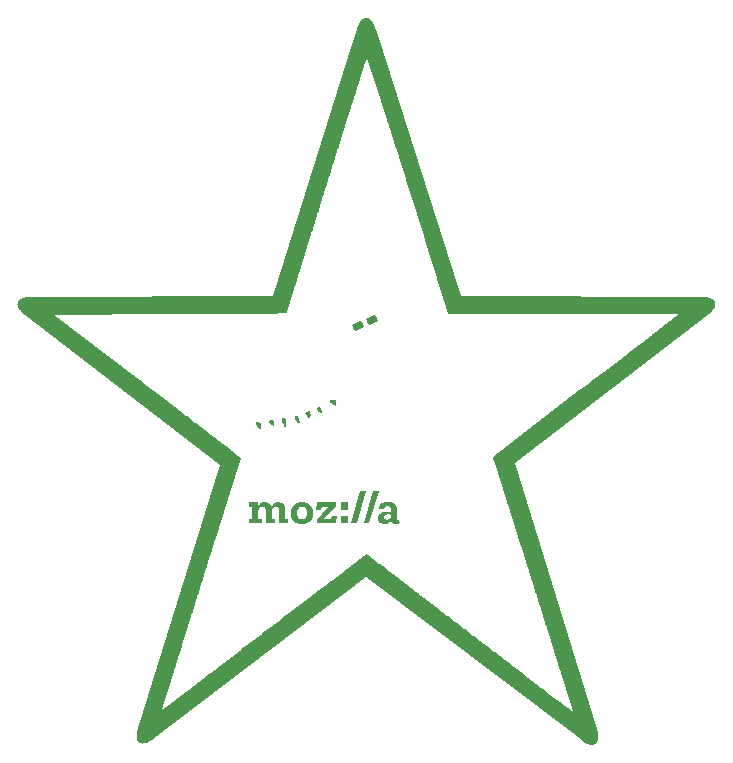
<source format=gts>
G04 #@! TF.GenerationSoftware,KiCad,Pcbnew,8.0.3*
G04 #@! TF.CreationDate,2024-07-11T09:34:10-07:00*
G04 #@! TF.ProjectId,mozilla-star-badge,6d6f7a69-6c6c-4612-9d73-7461722d6261,rev?*
G04 #@! TF.SameCoordinates,Original*
G04 #@! TF.FileFunction,Soldermask,Top*
G04 #@! TF.FilePolarity,Negative*
%FSLAX46Y46*%
G04 Gerber Fmt 4.6, Leading zero omitted, Abs format (unit mm)*
G04 Created by KiCad (PCBNEW 8.0.3) date 2024-07-11 09:34:10*
%MOMM*%
%LPD*%
G01*
G04 APERTURE LIST*
G04 Aperture macros list*
%AMRoundRect*
0 Rectangle with rounded corners*
0 $1 Rounding radius*
0 $2 $3 $4 $5 $6 $7 $8 $9 X,Y pos of 4 corners*
0 Add a 4 corners polygon primitive as box body*
4,1,4,$2,$3,$4,$5,$6,$7,$8,$9,$2,$3,0*
0 Add four circle primitives for the rounded corners*
1,1,$1+$1,$2,$3*
1,1,$1+$1,$4,$5*
1,1,$1+$1,$6,$7*
1,1,$1+$1,$8,$9*
0 Add four rect primitives between the rounded corners*
20,1,$1+$1,$2,$3,$4,$5,0*
20,1,$1+$1,$4,$5,$6,$7,0*
20,1,$1+$1,$6,$7,$8,$9,0*
20,1,$1+$1,$8,$9,$2,$3,0*%
G04 Aperture macros list end*
%ADD10C,0.000000*%
%ADD11RoundRect,0.160000X0.194851X0.275933X-0.337635X0.010446X-0.194851X-0.275933X0.337635X-0.010446X0*%
G04 APERTURE END LIST*
D10*
G36*
X58317006Y-81080653D02*
G01*
X57785910Y-81080653D01*
X57785910Y-80443909D01*
X58317006Y-80443909D01*
X58317006Y-81080653D01*
G37*
G36*
X58317006Y-82217998D02*
G01*
X57785910Y-82217998D01*
X57785910Y-81580546D01*
X58317006Y-81580546D01*
X58317006Y-82217998D01*
G37*
G36*
X59148740Y-82217998D02*
G01*
X58649560Y-82217998D01*
X59416767Y-79511485D01*
X59915953Y-79511485D01*
X59148740Y-82217998D01*
G37*
G36*
X60179015Y-82217998D02*
G01*
X59679127Y-82217998D01*
X60446335Y-79511485D01*
X60946229Y-79511485D01*
X60179015Y-82217998D01*
G37*
G36*
X57340617Y-80710520D02*
G01*
X56356429Y-81832265D01*
X56930776Y-81832265D01*
X57013029Y-81557147D01*
X57414361Y-81596145D01*
X57304457Y-82217998D01*
X55754436Y-82217998D01*
X55703377Y-81950680D01*
X56679057Y-80829644D01*
X56124567Y-80829644D01*
X56045857Y-81104761D01*
X55679982Y-81065053D01*
X55743087Y-80443201D01*
X57300907Y-80443201D01*
X57340617Y-80710520D01*
G37*
G36*
X55120016Y-72730460D02*
G01*
X55156935Y-72797544D01*
X55176154Y-72871390D01*
X55186952Y-72964233D01*
X55188576Y-73064215D01*
X55180273Y-73159483D01*
X55165361Y-73248516D01*
X55148330Y-73300899D01*
X55121940Y-73315709D01*
X55078951Y-73292020D01*
X55012123Y-73228908D01*
X54914216Y-73125448D01*
X54680832Y-72875921D01*
X54890682Y-72763508D01*
X54996541Y-72714679D01*
X55069805Y-72703217D01*
X55120016Y-72730460D01*
G37*
G36*
X52006350Y-73469850D02*
G01*
X52066252Y-73513228D01*
X52099946Y-73590363D01*
X52110496Y-73705213D01*
X52110001Y-73813364D01*
X52105061Y-73887000D01*
X52090489Y-73927851D01*
X52061101Y-73937645D01*
X52011711Y-73918112D01*
X51937134Y-73870982D01*
X51832185Y-73797983D01*
X51752127Y-73733089D01*
X51698904Y-73670811D01*
X51672054Y-73613009D01*
X51671113Y-73561545D01*
X51695618Y-73518278D01*
X51745106Y-73485069D01*
X51819113Y-73463780D01*
X51917176Y-73456270D01*
X52006350Y-73469850D01*
G37*
G36*
X56025513Y-72378230D02*
G01*
X56062152Y-72425461D01*
X56097205Y-72509146D01*
X56137731Y-72634758D01*
X56159393Y-72726149D01*
X56161550Y-72792667D01*
X56145660Y-72834175D01*
X56113183Y-72850538D01*
X56065578Y-72841617D01*
X56004304Y-72807277D01*
X55930820Y-72747381D01*
X55846585Y-72661791D01*
X55767121Y-72570229D01*
X55726664Y-72508053D01*
X55724810Y-72465519D01*
X55761158Y-72432883D01*
X55835304Y-72400401D01*
X55919143Y-72371161D01*
X55980201Y-72361956D01*
X56025513Y-72378230D01*
G37*
G36*
X53016455Y-73271620D02*
G01*
X53056899Y-73316560D01*
X53084838Y-73394079D01*
X53101038Y-73506320D01*
X53106267Y-73655424D01*
X53103846Y-73780971D01*
X53097113Y-73890267D01*
X53086865Y-73976620D01*
X53073898Y-74033339D01*
X53059007Y-74053733D01*
X53028357Y-74029931D01*
X52979819Y-73965125D01*
X52920066Y-73869210D01*
X52855768Y-73752084D01*
X52803141Y-73638797D01*
X52769515Y-73539534D01*
X52754817Y-73454628D01*
X52758976Y-73384412D01*
X52781919Y-73329220D01*
X52823575Y-73289384D01*
X52883871Y-73265238D01*
X52962736Y-73257115D01*
X53016455Y-73271620D01*
G37*
G36*
X54039213Y-73082770D02*
G01*
X54085043Y-73114849D01*
X54128282Y-73170923D01*
X54168736Y-73250797D01*
X54206212Y-73354276D01*
X54240513Y-73481164D01*
X54258986Y-73584154D01*
X54260989Y-73662181D01*
X54248028Y-73715145D01*
X54221606Y-73742945D01*
X54183227Y-73745483D01*
X54134396Y-73722657D01*
X54076616Y-73674369D01*
X54011391Y-73600517D01*
X53940226Y-73501002D01*
X53878408Y-73397485D01*
X53842930Y-73313437D01*
X53833149Y-73244293D01*
X53848421Y-73185486D01*
X53888104Y-73132450D01*
X53940554Y-73091385D01*
X53990988Y-73074881D01*
X54039213Y-73082770D01*
G37*
G36*
X57270634Y-71753364D02*
G01*
X57319431Y-71797291D01*
X57350472Y-71873526D01*
X57369805Y-71987507D01*
X57377577Y-72083781D01*
X57375463Y-72157466D01*
X57362470Y-72208746D01*
X57337605Y-72237808D01*
X57299877Y-72244838D01*
X57248292Y-72230022D01*
X57181859Y-72193545D01*
X57099583Y-72135594D01*
X57000474Y-72056355D01*
X56913173Y-71980146D01*
X56853120Y-71918094D01*
X56820861Y-71868371D01*
X56816942Y-71829148D01*
X56841908Y-71798599D01*
X56896306Y-71774893D01*
X56980680Y-71756204D01*
X57095578Y-71740702D01*
X57198033Y-71736313D01*
X57270634Y-71753364D01*
G37*
G36*
X50857637Y-73660034D02*
G01*
X50924175Y-73676815D01*
X50969507Y-73710192D01*
X50997321Y-73764590D01*
X51011305Y-73844437D01*
X51015147Y-73954156D01*
X51011732Y-74061100D01*
X51001196Y-74142614D01*
X50983106Y-74198769D01*
X50957024Y-74229635D01*
X50922516Y-74235280D01*
X50879148Y-74215775D01*
X50826482Y-74171189D01*
X50764085Y-74101593D01*
X50691521Y-74007056D01*
X50616909Y-73901601D01*
X50565083Y-73819361D01*
X50536642Y-73757514D01*
X50532186Y-73713238D01*
X50552314Y-73683712D01*
X50597627Y-73666116D01*
X50668723Y-73657627D01*
X50766204Y-73655424D01*
X50857637Y-73660034D01*
G37*
G36*
X52538974Y-80412555D02*
G01*
X52622408Y-80427083D01*
X52702121Y-80451488D01*
X52776921Y-80485927D01*
X52845616Y-80530555D01*
X52907014Y-80585530D01*
X52959922Y-80651009D01*
X53003148Y-80727148D01*
X53035500Y-80814103D01*
X53055785Y-80912032D01*
X53062812Y-81021090D01*
X53062812Y-81832265D01*
X53298222Y-81832265D01*
X53298222Y-82217998D01*
X52554408Y-82217998D01*
X52554408Y-81218922D01*
X52548167Y-81098721D01*
X52529486Y-81000450D01*
X52498426Y-80922856D01*
X52455049Y-80864686D01*
X52399417Y-80824686D01*
X52331593Y-80801606D01*
X52251638Y-80794190D01*
X52155864Y-80804498D01*
X52077071Y-80834278D01*
X52014439Y-80881821D01*
X51967150Y-80945414D01*
X51934386Y-81023345D01*
X51915328Y-81113903D01*
X51909157Y-81215377D01*
X51909157Y-81832265D01*
X52145274Y-81832265D01*
X52145274Y-82217998D01*
X51402171Y-82217998D01*
X51402171Y-81218922D01*
X51395930Y-81098721D01*
X51377249Y-81000450D01*
X51346189Y-80922856D01*
X51302812Y-80864686D01*
X51247180Y-80824686D01*
X51179356Y-80801606D01*
X51099401Y-80794190D01*
X51003627Y-80804498D01*
X50924834Y-80834278D01*
X50862202Y-80881821D01*
X50814913Y-80945414D01*
X50782149Y-81023345D01*
X50763091Y-81113903D01*
X50756920Y-81215377D01*
X50756920Y-81832265D01*
X51095149Y-81832265D01*
X51095149Y-82217998D01*
X50013815Y-82217998D01*
X50013815Y-81832265D01*
X50249939Y-81832265D01*
X50249939Y-80828934D01*
X50013815Y-80828934D01*
X50013815Y-80443201D01*
X50756920Y-80443201D01*
X50756920Y-80710520D01*
X50807275Y-80634360D01*
X50866981Y-80568011D01*
X50935755Y-80512169D01*
X51013310Y-80467526D01*
X51099362Y-80434779D01*
X51193625Y-80414621D01*
X51295815Y-80407747D01*
X51390590Y-80413494D01*
X51481943Y-80430858D01*
X51568376Y-80460022D01*
X51648396Y-80501167D01*
X51720505Y-80554477D01*
X51783208Y-80620136D01*
X51835010Y-80698324D01*
X51874414Y-80789226D01*
X51916115Y-80705042D01*
X51967114Y-80630007D01*
X52027137Y-80564761D01*
X52095910Y-80509942D01*
X52173158Y-80466192D01*
X52258607Y-80434149D01*
X52351983Y-80414454D01*
X52453012Y-80407747D01*
X52538974Y-80412555D01*
G37*
G36*
X54580010Y-80412829D02*
G01*
X54682261Y-80425652D01*
X54777789Y-80446486D01*
X54866613Y-80474888D01*
X54948749Y-80510419D01*
X55024214Y-80552637D01*
X55093026Y-80601103D01*
X55155203Y-80655375D01*
X55210761Y-80715012D01*
X55259718Y-80779574D01*
X55302091Y-80848620D01*
X55337898Y-80921708D01*
X55367156Y-80998400D01*
X55389881Y-81078253D01*
X55406093Y-81160826D01*
X55415807Y-81245680D01*
X55419041Y-81332373D01*
X55414845Y-81430157D01*
X55402463Y-81523430D01*
X55382201Y-81612010D01*
X55354368Y-81695714D01*
X55319270Y-81774359D01*
X55277215Y-81847762D01*
X55228511Y-81915741D01*
X55173465Y-81978113D01*
X55112383Y-82034695D01*
X55045574Y-82085305D01*
X54973346Y-82129760D01*
X54896004Y-82167877D01*
X54813858Y-82199473D01*
X54727213Y-82224366D01*
X54636378Y-82242372D01*
X54541660Y-82253310D01*
X54458967Y-82256412D01*
X54443367Y-82256997D01*
X54342891Y-82253108D01*
X54246677Y-82241540D01*
X54155031Y-82222442D01*
X54068259Y-82195962D01*
X53986668Y-82162248D01*
X53910564Y-82121450D01*
X53840254Y-82073715D01*
X53776044Y-82019193D01*
X53718241Y-81958032D01*
X53667150Y-81890380D01*
X53623079Y-81816385D01*
X53586334Y-81736198D01*
X53557221Y-81649965D01*
X53536046Y-81557835D01*
X53523117Y-81459958D01*
X53518739Y-81356481D01*
X53519891Y-81324573D01*
X54042034Y-81324573D01*
X54047274Y-81424062D01*
X54062950Y-81516939D01*
X54088990Y-81601844D01*
X54125325Y-81677418D01*
X54171884Y-81742300D01*
X54228598Y-81795131D01*
X54295397Y-81834551D01*
X54372210Y-81859201D01*
X54458967Y-81867719D01*
X54543416Y-81859960D01*
X54620466Y-81837162D01*
X54689439Y-81800043D01*
X54749658Y-81749319D01*
X54800446Y-81685711D01*
X54841127Y-81609934D01*
X54871023Y-81522707D01*
X54889457Y-81424747D01*
X54895752Y-81316773D01*
X54888809Y-81204664D01*
X54868782Y-81106860D01*
X54836873Y-81023061D01*
X54794284Y-80952972D01*
X54742217Y-80896293D01*
X54681875Y-80852728D01*
X54614460Y-80821978D01*
X54541173Y-80803747D01*
X54463218Y-80797736D01*
X54380237Y-80804785D01*
X54305117Y-80825659D01*
X54238366Y-80859950D01*
X54180491Y-80907249D01*
X54132000Y-80967148D01*
X54093402Y-81039239D01*
X54065202Y-81123112D01*
X54047910Y-81218360D01*
X54042034Y-81324573D01*
X53519891Y-81324573D01*
X53522009Y-81265890D01*
X53531824Y-81177582D01*
X53548195Y-81091972D01*
X53571130Y-81009473D01*
X53600640Y-80930499D01*
X53636734Y-80855465D01*
X53679421Y-80784784D01*
X53728710Y-80718870D01*
X53784613Y-80658136D01*
X53847137Y-80602998D01*
X53916292Y-80553869D01*
X53992089Y-80511162D01*
X54074536Y-80475292D01*
X54163643Y-80446673D01*
X54259420Y-80425718D01*
X54361875Y-80412841D01*
X54471019Y-80408457D01*
X54580010Y-80412829D01*
G37*
G36*
X61910247Y-80412570D02*
G01*
X62000870Y-80424933D01*
X62087209Y-80445583D01*
X62168348Y-80474558D01*
X62243371Y-80511894D01*
X62311363Y-80557627D01*
X62371407Y-80611796D01*
X62422587Y-80674436D01*
X62463989Y-80745586D01*
X62494695Y-80825281D01*
X62513791Y-80913559D01*
X62520359Y-81010456D01*
X62520359Y-81781212D01*
X62533543Y-81862256D01*
X62573830Y-81905799D01*
X62642322Y-81918772D01*
X62716774Y-81906717D01*
X62719608Y-82174036D01*
X62645534Y-82208836D01*
X62566273Y-82234927D01*
X62484087Y-82251313D01*
X62401236Y-82256997D01*
X62306555Y-82248747D01*
X62224896Y-82224682D01*
X62156261Y-82185832D01*
X62100649Y-82133226D01*
X62058061Y-82067895D01*
X62028496Y-81990867D01*
X62011955Y-81903172D01*
X61969923Y-81970289D01*
X61920188Y-82034738D01*
X61862426Y-82094583D01*
X61796313Y-82147889D01*
X61721524Y-82192720D01*
X61637737Y-82227139D01*
X61627640Y-82229532D01*
X61544625Y-82249210D01*
X61441866Y-82256997D01*
X61364358Y-82252756D01*
X61286718Y-82239662D01*
X61210898Y-82217157D01*
X61138852Y-82184683D01*
X61072532Y-82141685D01*
X61013891Y-82087604D01*
X60964883Y-82021882D01*
X60927458Y-81943963D01*
X60903572Y-81853290D01*
X60895176Y-81749304D01*
X60899686Y-81690452D01*
X61419180Y-81690452D01*
X61430214Y-81770632D01*
X61465976Y-81835722D01*
X61530455Y-81879407D01*
X61627640Y-81895372D01*
X61705307Y-81887322D01*
X61781077Y-81862751D01*
X61851575Y-81821026D01*
X61913428Y-81761514D01*
X61963262Y-81683582D01*
X61997704Y-81586599D01*
X62013379Y-81469931D01*
X61928422Y-81458823D01*
X61841888Y-81450078D01*
X61757402Y-81446533D01*
X61669566Y-81451207D01*
X61589353Y-81466911D01*
X61520486Y-81496167D01*
X61466687Y-81541495D01*
X61431677Y-81605416D01*
X61419180Y-81690452D01*
X60899686Y-81690452D01*
X60902453Y-81654343D01*
X60923489Y-81570628D01*
X60957089Y-81497525D01*
X61002058Y-81434399D01*
X61057201Y-81380614D01*
X61121323Y-81335536D01*
X61193230Y-81298529D01*
X61271727Y-81268958D01*
X61355619Y-81246188D01*
X61443711Y-81229584D01*
X61534809Y-81218510D01*
X61627718Y-81212331D01*
X61721242Y-81210413D01*
X61820431Y-81211778D01*
X61918678Y-81216610D01*
X62012671Y-81226013D01*
X62012671Y-81167160D01*
X62011597Y-81088232D01*
X62005129Y-81009366D01*
X61988390Y-80934966D01*
X61956506Y-80869434D01*
X61904603Y-80817174D01*
X61827807Y-80782589D01*
X61721242Y-80770082D01*
X61621998Y-80773706D01*
X61533311Y-80788675D01*
X61449666Y-80821134D01*
X61392231Y-81021090D01*
X60987355Y-80977838D01*
X61056843Y-80569416D01*
X61166892Y-80526466D01*
X61265840Y-80491318D01*
X61357077Y-80463333D01*
X61443993Y-80441871D01*
X61529979Y-80426293D01*
X61618424Y-80415957D01*
X61712720Y-80410225D01*
X61816255Y-80408457D01*
X61910247Y-80412570D01*
G37*
G36*
X59962675Y-39395720D02*
G01*
X60015211Y-39405674D01*
X60067530Y-39422156D01*
X60119512Y-39445164D01*
X60171033Y-39474699D01*
X60221973Y-39510761D01*
X60272211Y-39553348D01*
X60321625Y-39602462D01*
X60370094Y-39658100D01*
X60417496Y-39720263D01*
X60463709Y-39788950D01*
X60508613Y-39864162D01*
X60552086Y-39945897D01*
X60594006Y-40034156D01*
X60634252Y-40128938D01*
X60672703Y-40230242D01*
X60709237Y-40338068D01*
X67958436Y-62999889D01*
X88449435Y-63045398D01*
X88560227Y-63047962D01*
X88664890Y-63055042D01*
X88763374Y-63066483D01*
X88855630Y-63082128D01*
X88941605Y-63101820D01*
X89021251Y-63125405D01*
X89094517Y-63152724D01*
X89161352Y-63183623D01*
X89221707Y-63217943D01*
X89275530Y-63255530D01*
X89322771Y-63296227D01*
X89363380Y-63339878D01*
X89397306Y-63386325D01*
X89424500Y-63435414D01*
X89444910Y-63486986D01*
X89458487Y-63540887D01*
X89465180Y-63596960D01*
X89464938Y-63655049D01*
X89457712Y-63714996D01*
X89443451Y-63776647D01*
X89422104Y-63839843D01*
X89393621Y-63904431D01*
X89357952Y-63970251D01*
X89315046Y-64037150D01*
X89264854Y-64104969D01*
X89207324Y-64173553D01*
X89142406Y-64242746D01*
X89070050Y-64312391D01*
X88990206Y-64382332D01*
X88902822Y-64452412D01*
X72492310Y-77070027D01*
X79433617Y-99625774D01*
X79465895Y-99737557D01*
X79492686Y-99845015D01*
X79514095Y-99948069D01*
X79530226Y-100046636D01*
X79541185Y-100140638D01*
X79547076Y-100229993D01*
X79548006Y-100314621D01*
X79544079Y-100394441D01*
X79535399Y-100469372D01*
X79522073Y-100539333D01*
X79504206Y-100604245D01*
X79481901Y-100664027D01*
X79455265Y-100718597D01*
X79424403Y-100767875D01*
X79389420Y-100811782D01*
X79350420Y-100850235D01*
X79307509Y-100883155D01*
X79260791Y-100910460D01*
X79210373Y-100932071D01*
X79156359Y-100947906D01*
X79098854Y-100957885D01*
X79037964Y-100961928D01*
X78973792Y-100959953D01*
X78906445Y-100951880D01*
X78836028Y-100937629D01*
X78762645Y-100917119D01*
X78686402Y-100890268D01*
X78607404Y-100856998D01*
X78525756Y-100817226D01*
X78441563Y-100770873D01*
X78354929Y-100717857D01*
X78265961Y-100658099D01*
X78174763Y-100591517D01*
X77382871Y-99990628D01*
X59903771Y-86727457D01*
X41815694Y-100482993D01*
X41725421Y-100549068D01*
X41637379Y-100608402D01*
X41551672Y-100661073D01*
X41468403Y-100707160D01*
X41387674Y-100746743D01*
X41309590Y-100779900D01*
X41234253Y-100806711D01*
X41161768Y-100827255D01*
X41092236Y-100841611D01*
X41025762Y-100849858D01*
X40962449Y-100852076D01*
X40902400Y-100848342D01*
X40845718Y-100838737D01*
X40792507Y-100823340D01*
X40742870Y-100802229D01*
X40696910Y-100775483D01*
X40654731Y-100743183D01*
X40616436Y-100705406D01*
X40582128Y-100662233D01*
X40551910Y-100613741D01*
X40525886Y-100560011D01*
X40504159Y-100501121D01*
X40486833Y-100437150D01*
X40474010Y-100368178D01*
X40465794Y-100294284D01*
X40462288Y-100215546D01*
X40463596Y-100132044D01*
X40469820Y-100043857D01*
X40481065Y-99951064D01*
X40497433Y-99853745D01*
X40519028Y-99751977D01*
X40545953Y-99645841D01*
X40578311Y-99535415D01*
X47529946Y-77251677D01*
X31038427Y-64544113D01*
X33498510Y-64544113D01*
X40531343Y-69921280D01*
X40650872Y-70012671D01*
X40770188Y-70103899D01*
X40889272Y-70194951D01*
X41008106Y-70285812D01*
X41126672Y-70376470D01*
X41244951Y-70466909D01*
X41362925Y-70557116D01*
X41480577Y-70647077D01*
X41597887Y-70736778D01*
X41714839Y-70826206D01*
X41831412Y-70915345D01*
X41947590Y-71004183D01*
X42063354Y-71092705D01*
X42178686Y-71180898D01*
X42293568Y-71268746D01*
X42407981Y-71356238D01*
X42521907Y-71443358D01*
X42635328Y-71530093D01*
X42748226Y-71616428D01*
X42860583Y-71702351D01*
X42972379Y-71787846D01*
X43083598Y-71872900D01*
X43194221Y-71957499D01*
X43304230Y-72041629D01*
X43413606Y-72125277D01*
X43522332Y-72208427D01*
X43630389Y-72291067D01*
X43737758Y-72373183D01*
X43844422Y-72454759D01*
X43950363Y-72535783D01*
X44055562Y-72616241D01*
X44160001Y-72696118D01*
X44263662Y-72775401D01*
X44366526Y-72854076D01*
X44468576Y-72932129D01*
X44569793Y-73009545D01*
X44670159Y-73086312D01*
X44769655Y-73162415D01*
X44868265Y-73237839D01*
X44965968Y-73312572D01*
X45062748Y-73386599D01*
X45158586Y-73459906D01*
X45253463Y-73532480D01*
X45347362Y-73604306D01*
X45440264Y-73675371D01*
X45532151Y-73745660D01*
X45623005Y-73815160D01*
X45712808Y-73883857D01*
X45801541Y-73951736D01*
X45889187Y-74018785D01*
X45975726Y-74084988D01*
X46061141Y-74150332D01*
X46145414Y-74214803D01*
X46228526Y-74278388D01*
X46310460Y-74341071D01*
X46391196Y-74402840D01*
X46470717Y-74463680D01*
X46549004Y-74523578D01*
X46626040Y-74582519D01*
X46701806Y-74640490D01*
X46776284Y-74697476D01*
X46849456Y-74753464D01*
X46921303Y-74808439D01*
X46991807Y-74862389D01*
X47060951Y-74915298D01*
X47128715Y-74967153D01*
X47195082Y-75017941D01*
X47260033Y-75067646D01*
X47323550Y-75116256D01*
X47385616Y-75163755D01*
X47446211Y-75210131D01*
X47505318Y-75255370D01*
X47562918Y-75299457D01*
X47618993Y-75342378D01*
X47673526Y-75384120D01*
X47726496Y-75424668D01*
X47777888Y-75464009D01*
X47827682Y-75502129D01*
X47875860Y-75539014D01*
X47922403Y-75574650D01*
X47967295Y-75609022D01*
X48010515Y-75642118D01*
X48052048Y-75673923D01*
X48091873Y-75704423D01*
X48129973Y-75733604D01*
X48166329Y-75761453D01*
X48200924Y-75787954D01*
X48233739Y-75813096D01*
X48264756Y-75836863D01*
X48293957Y-75859241D01*
X48321323Y-75880217D01*
X48346837Y-75899777D01*
X48370480Y-75917907D01*
X48392233Y-75934592D01*
X48412080Y-75949819D01*
X48430001Y-75963575D01*
X48445978Y-75975844D01*
X48564814Y-76068068D01*
X48678156Y-76157865D01*
X48784984Y-76244328D01*
X48884279Y-76326548D01*
X48975023Y-76403618D01*
X49056197Y-76474630D01*
X49126780Y-76538678D01*
X49185755Y-76594853D01*
X49232102Y-76642247D01*
X49264803Y-76679954D01*
X49282838Y-76707065D01*
X49285188Y-76722673D01*
X49284131Y-76725010D01*
X49282299Y-76729824D01*
X49279698Y-76737096D01*
X49276333Y-76746808D01*
X49272210Y-76758941D01*
X49267335Y-76773477D01*
X49261714Y-76790397D01*
X49255352Y-76809682D01*
X49248257Y-76831314D01*
X49240432Y-76855274D01*
X49231886Y-76881543D01*
X49222622Y-76910103D01*
X49212648Y-76940936D01*
X49201969Y-76974021D01*
X49190590Y-77009341D01*
X49178519Y-77046878D01*
X49165760Y-77086612D01*
X49152320Y-77128525D01*
X49138204Y-77172598D01*
X49123419Y-77218813D01*
X49107970Y-77267150D01*
X49091862Y-77317592D01*
X49075103Y-77370120D01*
X49057698Y-77424715D01*
X49039653Y-77481358D01*
X49020973Y-77540031D01*
X49001665Y-77600715D01*
X48981734Y-77663392D01*
X48961187Y-77728042D01*
X48940028Y-77794647D01*
X48918265Y-77863190D01*
X48895902Y-77933650D01*
X48872947Y-78006009D01*
X48849404Y-78080249D01*
X48825280Y-78156351D01*
X48800580Y-78234296D01*
X48775310Y-78314066D01*
X48749477Y-78395642D01*
X48723086Y-78479005D01*
X48696142Y-78564137D01*
X48668653Y-78651020D01*
X48640623Y-78739634D01*
X48612059Y-78829960D01*
X48582967Y-78921981D01*
X48553352Y-79015678D01*
X48523220Y-79111031D01*
X48492577Y-79208023D01*
X48461430Y-79306634D01*
X48429783Y-79406847D01*
X48397643Y-79508641D01*
X48365016Y-79612000D01*
X48331907Y-79716903D01*
X48298323Y-79823333D01*
X48264269Y-79931271D01*
X48229751Y-80040698D01*
X48194775Y-80151596D01*
X48159348Y-80263945D01*
X48123474Y-80377728D01*
X48087160Y-80492925D01*
X48050411Y-80609518D01*
X48013234Y-80727489D01*
X47975635Y-80846818D01*
X47937619Y-80967487D01*
X47899191Y-81089478D01*
X47860359Y-81212771D01*
X47821128Y-81337349D01*
X47781503Y-81463192D01*
X47741492Y-81590282D01*
X47701098Y-81718600D01*
X47660330Y-81848127D01*
X47619191Y-81978846D01*
X47577689Y-82110736D01*
X47535828Y-82243781D01*
X47493616Y-82377960D01*
X47451058Y-82513256D01*
X47408159Y-82649649D01*
X47364926Y-82787121D01*
X47321364Y-82925654D01*
X47277480Y-83065229D01*
X47233279Y-83205827D01*
X47188767Y-83347429D01*
X47143950Y-83490017D01*
X47098834Y-83633572D01*
X47053425Y-83778076D01*
X47007728Y-83923510D01*
X46961750Y-84069855D01*
X46915496Y-84217093D01*
X46868973Y-84365205D01*
X46822186Y-84514172D01*
X46775141Y-84663976D01*
X46727844Y-84814598D01*
X46680300Y-84966019D01*
X46632517Y-85118222D01*
X46584499Y-85271186D01*
X46536252Y-85424894D01*
X46487783Y-85579327D01*
X46439097Y-85734466D01*
X46390200Y-85890292D01*
X46341098Y-86046788D01*
X46291797Y-86203934D01*
X46242303Y-86361712D01*
X46192622Y-86520102D01*
X46142759Y-86679087D01*
X46092720Y-86838648D01*
X46042512Y-86998766D01*
X45994131Y-87153059D01*
X45945886Y-87306917D01*
X45897780Y-87460324D01*
X45849820Y-87613263D01*
X45802010Y-87765715D01*
X45754357Y-87917664D01*
X45706866Y-88069092D01*
X45659541Y-88219983D01*
X45612389Y-88370319D01*
X45565416Y-88520082D01*
X45518625Y-88669256D01*
X45472023Y-88817822D01*
X45425616Y-88965765D01*
X45379408Y-89113067D01*
X45333405Y-89259710D01*
X45287613Y-89405677D01*
X45242036Y-89550951D01*
X45196681Y-89695514D01*
X45151552Y-89839351D01*
X45106656Y-89982442D01*
X45061997Y-90124771D01*
X45017582Y-90266321D01*
X44973415Y-90407074D01*
X44929501Y-90547013D01*
X44885847Y-90686122D01*
X44842457Y-90824382D01*
X44799338Y-90961776D01*
X44756494Y-91098288D01*
X44713931Y-91233899D01*
X44671655Y-91368593D01*
X44629670Y-91502352D01*
X44587983Y-91635160D01*
X44546598Y-91766998D01*
X44505521Y-91897850D01*
X44464758Y-92027699D01*
X44424313Y-92156526D01*
X44384193Y-92284316D01*
X44344403Y-92411050D01*
X44304947Y-92536711D01*
X44265833Y-92661282D01*
X44227064Y-92784747D01*
X44188647Y-92907087D01*
X44150587Y-93028285D01*
X44112888Y-93148324D01*
X44075558Y-93267188D01*
X44038601Y-93384857D01*
X44002022Y-93501316D01*
X43965827Y-93616548D01*
X43930022Y-93730534D01*
X43894611Y-93843257D01*
X43859601Y-93954701D01*
X43824996Y-94064849D01*
X43790802Y-94173681D01*
X43757025Y-94281183D01*
X43723670Y-94387336D01*
X43690742Y-94492123D01*
X43658246Y-94595526D01*
X43626189Y-94697529D01*
X43594576Y-94798115D01*
X43563411Y-94897266D01*
X43532701Y-94994964D01*
X43502451Y-95091193D01*
X43472666Y-95185935D01*
X43443352Y-95279173D01*
X43414514Y-95370890D01*
X43386157Y-95461069D01*
X43358287Y-95549692D01*
X43330910Y-95636742D01*
X43304031Y-95722202D01*
X43277655Y-95806054D01*
X43251787Y-95888281D01*
X43226433Y-95968867D01*
X43201599Y-96047793D01*
X43177290Y-96125043D01*
X43153511Y-96200599D01*
X43130268Y-96274444D01*
X43107567Y-96346561D01*
X43085411Y-96416932D01*
X43063808Y-96485541D01*
X43042762Y-96552369D01*
X43022279Y-96617401D01*
X43002364Y-96680618D01*
X42983023Y-96742003D01*
X42964262Y-96801539D01*
X42946084Y-96859209D01*
X42928497Y-96914995D01*
X42911505Y-96968881D01*
X42895114Y-97020848D01*
X42879329Y-97070880D01*
X42864155Y-97118960D01*
X42849599Y-97165070D01*
X42835665Y-97209193D01*
X42822359Y-97251311D01*
X42809687Y-97291408D01*
X42797653Y-97329467D01*
X42786264Y-97365469D01*
X42775524Y-97399398D01*
X42765439Y-97431236D01*
X42756014Y-97460967D01*
X42747255Y-97488572D01*
X42739168Y-97514036D01*
X42731757Y-97537339D01*
X42725029Y-97558466D01*
X42718988Y-97577399D01*
X42713640Y-97594120D01*
X42708990Y-97608613D01*
X42705044Y-97620860D01*
X42701808Y-97630844D01*
X42699286Y-97638548D01*
X42655691Y-97777218D01*
X42628271Y-97880691D01*
X42616922Y-97950567D01*
X42621542Y-97988448D01*
X42642029Y-97995932D01*
X42678281Y-97974621D01*
X42691846Y-97963838D01*
X42707474Y-97951486D01*
X42725142Y-97937580D01*
X42744832Y-97922135D01*
X42766523Y-97905167D01*
X42790194Y-97886692D01*
X42815825Y-97866724D01*
X42843397Y-97845279D01*
X42872888Y-97822374D01*
X42904279Y-97798022D01*
X42937549Y-97772241D01*
X42972678Y-97745044D01*
X43009646Y-97716449D01*
X43048432Y-97686469D01*
X43089017Y-97655121D01*
X43131379Y-97622420D01*
X43175499Y-97588382D01*
X43221356Y-97553021D01*
X43268930Y-97516355D01*
X43318201Y-97478397D01*
X43369149Y-97439164D01*
X43421753Y-97398670D01*
X43475992Y-97356932D01*
X43531848Y-97313965D01*
X43589299Y-97269784D01*
X43648325Y-97224406D01*
X43708906Y-97177844D01*
X43771021Y-97130115D01*
X43834651Y-97081234D01*
X43899775Y-97031217D01*
X43966373Y-96980080D01*
X44034424Y-96927837D01*
X44103909Y-96874504D01*
X44174807Y-96820096D01*
X44247097Y-96764630D01*
X44320760Y-96708120D01*
X44395775Y-96650583D01*
X44472122Y-96592032D01*
X44549780Y-96532485D01*
X44628730Y-96471956D01*
X44708951Y-96410461D01*
X44790422Y-96348016D01*
X44873125Y-96284635D01*
X44957037Y-96220335D01*
X45042140Y-96155130D01*
X45128412Y-96089037D01*
X45215834Y-96022071D01*
X45304385Y-95954246D01*
X45394045Y-95885580D01*
X45484793Y-95816086D01*
X45576610Y-95745781D01*
X45669475Y-95674681D01*
X45763368Y-95602800D01*
X45858268Y-95530153D01*
X45954156Y-95456758D01*
X46051011Y-95382628D01*
X46148812Y-95307780D01*
X46247540Y-95232229D01*
X46347174Y-95155990D01*
X46447694Y-95079080D01*
X46549080Y-95001512D01*
X46651311Y-94923303D01*
X46754367Y-94844469D01*
X46858228Y-94765024D01*
X46962874Y-94684985D01*
X47068283Y-94604367D01*
X47174437Y-94523184D01*
X47281315Y-94441453D01*
X47388896Y-94359190D01*
X47497161Y-94276409D01*
X47606088Y-94193126D01*
X47715658Y-94109357D01*
X47825850Y-94025116D01*
X47936645Y-93940420D01*
X48048021Y-93855285D01*
X48159959Y-93769724D01*
X48272438Y-93683755D01*
X48385439Y-93597392D01*
X48498940Y-93510650D01*
X48612921Y-93423547D01*
X48727363Y-93336096D01*
X48842245Y-93248313D01*
X48957546Y-93160214D01*
X49073247Y-93071814D01*
X49189327Y-92983129D01*
X49305766Y-92894174D01*
X49422543Y-92804965D01*
X49539639Y-92715516D01*
X49657033Y-92625845D01*
X49774704Y-92535965D01*
X49892634Y-92445893D01*
X50010800Y-92355644D01*
X50129183Y-92265234D01*
X50247763Y-92174677D01*
X50366520Y-92083990D01*
X50485432Y-91993188D01*
X50604481Y-91902286D01*
X50723645Y-91811300D01*
X50842904Y-91720246D01*
X50962239Y-91629138D01*
X51081628Y-91537992D01*
X51201052Y-91446824D01*
X51320490Y-91355649D01*
X51439922Y-91264483D01*
X51559327Y-91173342D01*
X51678687Y-91082239D01*
X51797979Y-90991192D01*
X51917184Y-90900216D01*
X52036282Y-90809325D01*
X52155252Y-90718536D01*
X52274074Y-90627864D01*
X52392729Y-90537324D01*
X52511194Y-90446933D01*
X52629451Y-90356704D01*
X52747479Y-90266655D01*
X52865258Y-90176800D01*
X52982767Y-90087155D01*
X53099986Y-89997735D01*
X53216895Y-89908556D01*
X53333474Y-89819633D01*
X53449702Y-89730982D01*
X53565559Y-89642618D01*
X53681025Y-89554556D01*
X53796080Y-89466813D01*
X53910702Y-89379403D01*
X54024873Y-89292343D01*
X54138572Y-89205647D01*
X54251778Y-89119331D01*
X54364471Y-89033410D01*
X54476631Y-88947901D01*
X54588238Y-88862818D01*
X54699271Y-88778177D01*
X54809711Y-88693993D01*
X54919536Y-88610282D01*
X55028726Y-88527059D01*
X55137262Y-88444340D01*
X55245123Y-88362141D01*
X55352289Y-88280476D01*
X55458739Y-88199361D01*
X55564454Y-88118812D01*
X55669412Y-88038845D01*
X55773594Y-87959474D01*
X55876979Y-87880714D01*
X55979548Y-87802583D01*
X56081279Y-87725095D01*
X56182153Y-87648265D01*
X56282149Y-87572109D01*
X56381247Y-87496643D01*
X56479427Y-87421881D01*
X56576669Y-87347840D01*
X56672952Y-87274535D01*
X56768255Y-87201981D01*
X56862560Y-87130194D01*
X56955844Y-87059189D01*
X57048089Y-86988983D01*
X57139274Y-86919589D01*
X57229378Y-86851024D01*
X57318382Y-86783303D01*
X57406264Y-86716442D01*
X57493006Y-86650456D01*
X57578586Y-86585361D01*
X57662984Y-86521172D01*
X57746180Y-86457904D01*
X57828154Y-86395573D01*
X57908885Y-86334195D01*
X57988353Y-86273785D01*
X58066538Y-86214358D01*
X58143420Y-86155931D01*
X58218978Y-86098517D01*
X58293192Y-86042134D01*
X58366042Y-85986796D01*
X58437508Y-85932518D01*
X58507569Y-85879317D01*
X58576204Y-85827208D01*
X58643395Y-85776206D01*
X58709119Y-85726326D01*
X58773358Y-85677585D01*
X58836091Y-85629997D01*
X58897298Y-85583579D01*
X58956957Y-85538345D01*
X59015050Y-85494311D01*
X59071556Y-85451493D01*
X59126454Y-85409905D01*
X59179725Y-85369565D01*
X59231347Y-85330486D01*
X59281301Y-85292684D01*
X59329567Y-85256176D01*
X59376123Y-85220975D01*
X59420951Y-85187099D01*
X59464029Y-85154562D01*
X59505338Y-85123380D01*
X59544857Y-85093568D01*
X59582565Y-85065142D01*
X59618443Y-85038117D01*
X59652470Y-85012508D01*
X59684627Y-84988332D01*
X59714892Y-84965603D01*
X59743245Y-84944338D01*
X59769667Y-84924551D01*
X59794136Y-84906258D01*
X59816633Y-84889475D01*
X59837138Y-84874216D01*
X59855629Y-84860498D01*
X59872088Y-84848336D01*
X59886493Y-84837746D01*
X59898824Y-84828742D01*
X59909061Y-84821341D01*
X59917184Y-84815557D01*
X59923173Y-84811407D01*
X59927007Y-84808905D01*
X59928665Y-84808068D01*
X59934987Y-84810700D01*
X59948013Y-84818509D01*
X59967565Y-84831360D01*
X59993467Y-84849122D01*
X60025540Y-84871659D01*
X60063607Y-84898841D01*
X60107492Y-84930532D01*
X60157016Y-84966600D01*
X60212002Y-85006912D01*
X60272274Y-85051335D01*
X60337653Y-85099735D01*
X60407963Y-85151980D01*
X60483025Y-85207935D01*
X60562663Y-85267469D01*
X60646700Y-85330447D01*
X60734957Y-85396736D01*
X60827258Y-85466204D01*
X60923426Y-85538717D01*
X61023282Y-85614142D01*
X61126650Y-85692346D01*
X61233352Y-85773195D01*
X61343211Y-85856557D01*
X61456049Y-85942298D01*
X61571690Y-86030285D01*
X61689955Y-86120385D01*
X61810668Y-86212465D01*
X61933652Y-86306390D01*
X62058728Y-86402030D01*
X62185719Y-86499249D01*
X62314449Y-86597915D01*
X62444739Y-86697895D01*
X62483363Y-86727551D01*
X62523310Y-86758221D01*
X62564567Y-86789897D01*
X62607117Y-86822565D01*
X62650946Y-86856214D01*
X62696040Y-86890834D01*
X62742383Y-86926412D01*
X62789961Y-86962937D01*
X62838758Y-87000397D01*
X62888760Y-87038783D01*
X62939952Y-87078081D01*
X62992318Y-87118280D01*
X63045845Y-87159369D01*
X63100517Y-87201337D01*
X63156319Y-87244172D01*
X63213236Y-87287863D01*
X63271254Y-87332398D01*
X63330358Y-87377766D01*
X63390532Y-87423956D01*
X63451762Y-87470955D01*
X63514033Y-87518753D01*
X63577330Y-87567338D01*
X63641638Y-87616699D01*
X63706943Y-87666824D01*
X63773229Y-87717702D01*
X63840481Y-87769322D01*
X63908685Y-87821671D01*
X63977826Y-87874739D01*
X64047888Y-87928515D01*
X64118858Y-87982986D01*
X64190719Y-88038141D01*
X64263458Y-88093969D01*
X64337059Y-88150459D01*
X64411507Y-88207599D01*
X64486788Y-88265377D01*
X64562887Y-88323783D01*
X64639788Y-88382804D01*
X64717477Y-88442429D01*
X64795939Y-88502648D01*
X64875159Y-88563448D01*
X64955123Y-88624818D01*
X65035814Y-88686747D01*
X65117219Y-88749222D01*
X65199323Y-88812234D01*
X65282110Y-88875770D01*
X65365566Y-88939819D01*
X65449675Y-89004369D01*
X65534424Y-89069410D01*
X65619797Y-89134929D01*
X65705779Y-89200915D01*
X65792355Y-89267357D01*
X65879510Y-89334244D01*
X65967231Y-89401563D01*
X66055500Y-89469304D01*
X66144305Y-89537455D01*
X66233629Y-89606004D01*
X66323459Y-89674941D01*
X66413778Y-89744253D01*
X66504573Y-89813930D01*
X66595828Y-89883960D01*
X66687528Y-89954332D01*
X66779659Y-90025033D01*
X66872205Y-90096053D01*
X66965153Y-90167381D01*
X67058486Y-90239004D01*
X67152190Y-90310911D01*
X67246250Y-90383092D01*
X67340651Y-90455534D01*
X67435379Y-90528226D01*
X67530418Y-90601157D01*
X67625754Y-90674315D01*
X67721371Y-90747689D01*
X67817255Y-90821267D01*
X67913391Y-90895038D01*
X68009764Y-90968991D01*
X68106359Y-91043114D01*
X68203161Y-91117395D01*
X68300156Y-91191824D01*
X68397328Y-91266389D01*
X68494662Y-91341078D01*
X68592145Y-91415880D01*
X68689760Y-91490783D01*
X68787492Y-91565777D01*
X68885328Y-91640849D01*
X68983252Y-91715989D01*
X69081249Y-91791184D01*
X69179305Y-91866424D01*
X69277404Y-91941697D01*
X69375531Y-92016992D01*
X69473672Y-92092296D01*
X69571812Y-92167600D01*
X69669936Y-92242890D01*
X69768029Y-92318157D01*
X69866076Y-92393388D01*
X69964062Y-92468572D01*
X70061973Y-92543697D01*
X70159793Y-92618753D01*
X70257507Y-92693727D01*
X70355101Y-92768609D01*
X70452560Y-92843386D01*
X70549869Y-92918048D01*
X70647013Y-92992583D01*
X70743977Y-93066980D01*
X70840746Y-93141226D01*
X70937306Y-93215312D01*
X71033641Y-93289225D01*
X71129736Y-93362953D01*
X71262795Y-93465030D01*
X71395227Y-93566605D01*
X71527004Y-93667656D01*
X71658094Y-93768161D01*
X71788470Y-93868098D01*
X71918101Y-93967445D01*
X72046958Y-94066180D01*
X72175011Y-94164281D01*
X72302232Y-94261726D01*
X72428589Y-94358494D01*
X72554055Y-94454562D01*
X72678598Y-94549909D01*
X72802191Y-94644512D01*
X72924803Y-94738350D01*
X73046405Y-94831400D01*
X73166966Y-94923641D01*
X73286459Y-95015051D01*
X73404853Y-95105607D01*
X73522118Y-95195288D01*
X73638226Y-95284073D01*
X73753146Y-95371938D01*
X73866850Y-95458862D01*
X73979307Y-95544824D01*
X74090488Y-95629800D01*
X74200364Y-95713770D01*
X74308905Y-95796711D01*
X74416081Y-95878602D01*
X74521863Y-95959420D01*
X74626222Y-96039143D01*
X74729128Y-96117750D01*
X74830552Y-96195218D01*
X74930463Y-96271526D01*
X75028833Y-96346652D01*
X75125631Y-96420574D01*
X75220830Y-96493269D01*
X75314397Y-96564717D01*
X75406306Y-96634894D01*
X75496525Y-96703779D01*
X75585026Y-96771350D01*
X75671778Y-96837586D01*
X75756753Y-96902464D01*
X75839920Y-96965962D01*
X75921251Y-97028058D01*
X76000715Y-97088731D01*
X76078284Y-97147958D01*
X76153927Y-97205717D01*
X76227615Y-97261988D01*
X76299320Y-97316746D01*
X76369010Y-97369972D01*
X76436657Y-97421642D01*
X76502231Y-97471735D01*
X76565703Y-97520229D01*
X76627042Y-97567102D01*
X76686221Y-97612332D01*
X76743208Y-97655897D01*
X76797975Y-97697775D01*
X76850492Y-97737944D01*
X76900729Y-97776382D01*
X76948657Y-97813068D01*
X76994247Y-97847979D01*
X77037469Y-97881093D01*
X77078293Y-97912389D01*
X77116690Y-97941845D01*
X77152630Y-97969438D01*
X77186084Y-97995147D01*
X77217023Y-98018949D01*
X77245416Y-98040823D01*
X77271235Y-98060747D01*
X77294449Y-98078699D01*
X77315030Y-98094657D01*
X77332948Y-98108599D01*
X77348172Y-98120503D01*
X77360675Y-98130347D01*
X77370425Y-98138110D01*
X77377395Y-98143768D01*
X77381553Y-98147301D01*
X77382871Y-98148687D01*
X77405955Y-98117059D01*
X77397026Y-98027628D01*
X77357977Y-97899744D01*
X77356085Y-97894556D01*
X77353439Y-97886967D01*
X77350046Y-97876996D01*
X77345911Y-97864660D01*
X77341040Y-97849977D01*
X77335438Y-97832967D01*
X77329113Y-97813648D01*
X77322068Y-97792037D01*
X77314310Y-97768153D01*
X77305846Y-97742014D01*
X77296680Y-97713639D01*
X77286818Y-97683046D01*
X77276266Y-97650253D01*
X77265031Y-97615278D01*
X77253117Y-97578141D01*
X77240531Y-97538858D01*
X77227278Y-97497449D01*
X77213364Y-97453932D01*
X77198795Y-97408325D01*
X77183577Y-97360646D01*
X77167715Y-97310914D01*
X77151215Y-97259147D01*
X77134083Y-97205363D01*
X77116325Y-97149581D01*
X77097947Y-97091818D01*
X77078954Y-97032094D01*
X77059352Y-96970426D01*
X77039147Y-96906833D01*
X77018344Y-96841333D01*
X76996950Y-96773944D01*
X76974971Y-96704686D01*
X76952411Y-96633575D01*
X76929277Y-96560630D01*
X76905575Y-96485870D01*
X76881310Y-96409313D01*
X76856488Y-96330977D01*
X76831115Y-96250881D01*
X76805197Y-96169043D01*
X76778739Y-96085480D01*
X76751747Y-96000212D01*
X76724228Y-95913257D01*
X76696186Y-95824633D01*
X76667628Y-95734358D01*
X76638560Y-95642451D01*
X76608986Y-95548930D01*
X76578914Y-95453813D01*
X76548348Y-95357118D01*
X76517294Y-95258865D01*
X76485759Y-95159070D01*
X76453748Y-95057753D01*
X76421267Y-94954932D01*
X76388322Y-94850625D01*
X76354918Y-94744850D01*
X76321061Y-94637626D01*
X76286757Y-94528971D01*
X76252012Y-94418904D01*
X76216831Y-94307442D01*
X76181221Y-94194603D01*
X76145186Y-94080407D01*
X76108734Y-93964872D01*
X76071869Y-93848015D01*
X76034598Y-93729855D01*
X75996926Y-93610411D01*
X75958858Y-93489701D01*
X75920402Y-93367742D01*
X75881562Y-93244554D01*
X75842345Y-93120154D01*
X75802755Y-92994562D01*
X75762800Y-92867795D01*
X75722484Y-92739871D01*
X75681814Y-92610809D01*
X75640795Y-92480627D01*
X75599433Y-92349344D01*
X75557733Y-92216977D01*
X75515703Y-92083545D01*
X75473346Y-91949067D01*
X75430670Y-91813561D01*
X75387680Y-91677044D01*
X75344381Y-91539536D01*
X75300780Y-91401054D01*
X75256882Y-91261618D01*
X75212694Y-91121244D01*
X75168220Y-90979952D01*
X75123466Y-90837760D01*
X75078439Y-90694685D01*
X75033144Y-90550747D01*
X74987588Y-90405964D01*
X74941774Y-90260354D01*
X74895711Y-90113935D01*
X74849402Y-89966726D01*
X74802855Y-89818745D01*
X74756075Y-89670010D01*
X74709067Y-89520539D01*
X74661837Y-89370352D01*
X74614392Y-89219465D01*
X74566737Y-89067898D01*
X74518877Y-88915669D01*
X74470819Y-88762795D01*
X74422569Y-88609297D01*
X74374131Y-88455190D01*
X74325512Y-88300495D01*
X74276718Y-88145229D01*
X74227755Y-87989410D01*
X74178627Y-87833058D01*
X74129342Y-87676189D01*
X74079904Y-87518823D01*
X74031375Y-87364348D01*
X73982981Y-87210316D01*
X73934727Y-87056743D01*
X73886619Y-86903648D01*
X73838663Y-86751047D01*
X73790863Y-86598959D01*
X73743227Y-86447402D01*
X73695759Y-86296391D01*
X73648464Y-86145946D01*
X73601349Y-85996084D01*
X73554419Y-85846823D01*
X73507679Y-85698179D01*
X73461135Y-85550170D01*
X73414793Y-85402815D01*
X73368658Y-85256130D01*
X73322735Y-85110134D01*
X73277031Y-84964843D01*
X73231550Y-84820276D01*
X73186299Y-84676450D01*
X73141282Y-84533382D01*
X73096506Y-84391090D01*
X73051975Y-84249592D01*
X73007696Y-84108906D01*
X72963675Y-83969048D01*
X72919915Y-83830036D01*
X72876424Y-83691888D01*
X72833207Y-83554622D01*
X72790268Y-83418255D01*
X72747615Y-83282804D01*
X72705251Y-83148288D01*
X72663184Y-83014724D01*
X72621418Y-82882128D01*
X72579959Y-82750520D01*
X72538813Y-82619917D01*
X72497984Y-82490335D01*
X72457479Y-82361793D01*
X72417303Y-82234308D01*
X72377462Y-82107899D01*
X72337962Y-81982581D01*
X72298807Y-81858373D01*
X72260003Y-81735293D01*
X72221556Y-81613358D01*
X72183472Y-81492586D01*
X72145756Y-81372994D01*
X72108413Y-81254599D01*
X72071449Y-81137420D01*
X72034870Y-81021474D01*
X71998682Y-80906779D01*
X71962889Y-80793352D01*
X71927497Y-80681210D01*
X71892512Y-80570371D01*
X71857939Y-80460853D01*
X71823785Y-80352674D01*
X71790054Y-80245851D01*
X71756751Y-80140401D01*
X71723884Y-80036342D01*
X71691457Y-79933692D01*
X71659475Y-79832468D01*
X71627944Y-79732687D01*
X71596871Y-79634369D01*
X71566259Y-79537529D01*
X71536116Y-79442185D01*
X71506446Y-79348356D01*
X71477255Y-79256058D01*
X71448548Y-79165310D01*
X71420332Y-79076128D01*
X71392611Y-78988531D01*
X71365391Y-78902536D01*
X71338678Y-78818160D01*
X71312477Y-78735421D01*
X71286794Y-78654337D01*
X71261635Y-78574925D01*
X71237004Y-78497203D01*
X71212908Y-78421189D01*
X71189352Y-78346899D01*
X71166341Y-78274352D01*
X71143882Y-78203565D01*
X71121979Y-78134555D01*
X71100638Y-78067341D01*
X71079865Y-78001939D01*
X71059666Y-77938368D01*
X71040045Y-77876645D01*
X71021009Y-77816788D01*
X71002563Y-77758813D01*
X70984712Y-77702739D01*
X70967462Y-77648583D01*
X70950819Y-77596364D01*
X70934788Y-77546097D01*
X70919375Y-77497801D01*
X70904584Y-77451494D01*
X70890423Y-77407193D01*
X70876896Y-77364916D01*
X70864009Y-77324680D01*
X70851768Y-77286503D01*
X70840177Y-77250402D01*
X70829243Y-77216395D01*
X70818971Y-77184499D01*
X70809367Y-77154733D01*
X70800436Y-77127113D01*
X70792183Y-77101658D01*
X70784615Y-77078384D01*
X70777737Y-77057310D01*
X70771554Y-77038452D01*
X70766072Y-77021829D01*
X70761296Y-77007459D01*
X70757233Y-76995357D01*
X70753887Y-76985543D01*
X70751264Y-76978034D01*
X70603455Y-76562222D01*
X77935408Y-70953615D01*
X78059968Y-70858330D01*
X78184198Y-70763294D01*
X78308081Y-70668522D01*
X78431599Y-70574028D01*
X78554732Y-70479826D01*
X78677464Y-70385929D01*
X78799777Y-70292352D01*
X78921651Y-70199108D01*
X79043069Y-70106212D01*
X79164012Y-70013676D01*
X79284463Y-69921516D01*
X79404404Y-69829744D01*
X79523816Y-69738375D01*
X79642681Y-69647422D01*
X79760982Y-69556901D01*
X79878699Y-69466823D01*
X79995815Y-69377204D01*
X80112312Y-69288057D01*
X80228171Y-69199395D01*
X80343375Y-69111234D01*
X80457906Y-69023587D01*
X80571744Y-68936467D01*
X80684873Y-68849888D01*
X80797273Y-68763866D01*
X80908928Y-68678412D01*
X81019818Y-68593542D01*
X81129926Y-68509268D01*
X81239233Y-68425606D01*
X81347722Y-68342568D01*
X81455374Y-68260169D01*
X81562171Y-68178423D01*
X81668095Y-68097343D01*
X81773127Y-68016943D01*
X81877251Y-67937238D01*
X81980447Y-67858240D01*
X82082698Y-67779965D01*
X82183985Y-67702426D01*
X82284290Y-67625636D01*
X82383596Y-67549610D01*
X82481883Y-67474361D01*
X82579134Y-67399904D01*
X82675331Y-67326252D01*
X82770456Y-67253419D01*
X82864490Y-67181419D01*
X82957416Y-67110266D01*
X83049215Y-67039974D01*
X83139868Y-66970556D01*
X83229359Y-66902027D01*
X83317669Y-66834401D01*
X83404780Y-66767690D01*
X83490673Y-66701910D01*
X83575331Y-66637074D01*
X83658735Y-66573196D01*
X83740867Y-66510290D01*
X83821709Y-66448369D01*
X83901244Y-66387448D01*
X83979452Y-66327540D01*
X84056316Y-66268660D01*
X84131818Y-66210821D01*
X84205940Y-66154037D01*
X84278662Y-66098322D01*
X84349968Y-66043690D01*
X84419839Y-65990154D01*
X84488257Y-65937729D01*
X84555204Y-65886429D01*
X84620662Y-65836267D01*
X84684613Y-65787258D01*
X84747038Y-65739414D01*
X84807919Y-65692751D01*
X84867239Y-65647281D01*
X84924978Y-65603019D01*
X84981120Y-65559979D01*
X85035646Y-65518174D01*
X85088537Y-65477619D01*
X85139777Y-65438327D01*
X85189345Y-65400312D01*
X85237225Y-65363588D01*
X85283399Y-65328170D01*
X85327847Y-65294070D01*
X85370553Y-65261302D01*
X85411497Y-65229882D01*
X85450663Y-65199822D01*
X85488031Y-65171136D01*
X85523583Y-65143838D01*
X85557302Y-65117942D01*
X85589169Y-65093463D01*
X85619167Y-65070413D01*
X85647276Y-65048807D01*
X85673479Y-65028659D01*
X85697758Y-65009982D01*
X85720095Y-64992790D01*
X85740472Y-64977098D01*
X85758869Y-64962919D01*
X85775270Y-64950267D01*
X85789657Y-64939155D01*
X85802010Y-64929599D01*
X85812312Y-64921611D01*
X86357264Y-64498408D01*
X76598312Y-64498408D01*
X66839165Y-64498408D01*
X66477420Y-63328376D01*
X66439732Y-63206501D01*
X66401887Y-63084168D01*
X66363890Y-62961387D01*
X66325743Y-62838169D01*
X66287450Y-62714522D01*
X66249013Y-62590458D01*
X66210436Y-62465985D01*
X66171721Y-62341114D01*
X66132873Y-62215855D01*
X66093894Y-62090217D01*
X66054788Y-61964211D01*
X66015557Y-61837846D01*
X65976204Y-61711132D01*
X65936733Y-61584079D01*
X65897147Y-61456697D01*
X65857449Y-61328995D01*
X65817643Y-61200984D01*
X65777731Y-61072674D01*
X65737716Y-60944074D01*
X65697601Y-60815195D01*
X65657391Y-60686045D01*
X65617087Y-60556636D01*
X65576694Y-60426977D01*
X65536214Y-60297077D01*
X65495650Y-60166947D01*
X65455005Y-60036597D01*
X65414283Y-59906036D01*
X65373487Y-59775274D01*
X65332620Y-59644322D01*
X65291685Y-59513188D01*
X65250685Y-59381884D01*
X65209624Y-59250418D01*
X65168503Y-59118801D01*
X65127328Y-58987043D01*
X65086100Y-58855153D01*
X65044824Y-58723142D01*
X65003501Y-58591018D01*
X64962135Y-58458793D01*
X64920730Y-58326476D01*
X64879289Y-58194077D01*
X64837814Y-58061605D01*
X64796309Y-57929071D01*
X64754776Y-57796485D01*
X64713220Y-57663856D01*
X64671643Y-57531194D01*
X64630049Y-57398510D01*
X64588439Y-57265812D01*
X64546819Y-57133112D01*
X64505190Y-57000418D01*
X64463557Y-56867740D01*
X64421921Y-56735090D01*
X64380286Y-56602476D01*
X64338656Y-56469908D01*
X64297034Y-56337396D01*
X64255422Y-56204950D01*
X64213824Y-56072580D01*
X64172243Y-55940296D01*
X64130682Y-55808108D01*
X64089144Y-55676025D01*
X64047632Y-55544058D01*
X64006150Y-55412216D01*
X63964701Y-55280510D01*
X63923287Y-55148948D01*
X63881913Y-55017542D01*
X63840580Y-54886300D01*
X63799293Y-54755233D01*
X63758054Y-54624350D01*
X63716867Y-54493663D01*
X63675734Y-54363179D01*
X63634659Y-54232910D01*
X63593645Y-54102865D01*
X63552696Y-53973053D01*
X63511813Y-53843486D01*
X63471001Y-53714173D01*
X63430262Y-53585123D01*
X63389600Y-53456347D01*
X63349018Y-53327854D01*
X63308519Y-53199654D01*
X63268106Y-53071758D01*
X63227782Y-52944174D01*
X63187550Y-52816914D01*
X63147415Y-52689986D01*
X63107377Y-52563401D01*
X63067442Y-52437169D01*
X63027611Y-52311299D01*
X62987889Y-52185801D01*
X62948278Y-52060686D01*
X62908781Y-51935962D01*
X62869402Y-51811641D01*
X62830144Y-51687731D01*
X62791009Y-51564244D01*
X62752001Y-51441187D01*
X62713124Y-51318573D01*
X62674380Y-51196409D01*
X62635772Y-51074707D01*
X62597303Y-50953476D01*
X62558978Y-50832726D01*
X62520798Y-50712467D01*
X62482767Y-50592708D01*
X62444888Y-50473461D01*
X62407165Y-50354733D01*
X62369600Y-50236536D01*
X62332196Y-50118880D01*
X62294958Y-50001773D01*
X62257887Y-49885227D01*
X62220987Y-49769250D01*
X62184261Y-49653854D01*
X62147712Y-49539047D01*
X62111344Y-49424839D01*
X62075160Y-49311241D01*
X62039162Y-49198262D01*
X62003354Y-49085913D01*
X61967739Y-48974202D01*
X61932320Y-48863141D01*
X61897100Y-48752738D01*
X61862083Y-48643004D01*
X61827272Y-48533949D01*
X61792669Y-48425582D01*
X61758278Y-48317913D01*
X61724102Y-48210952D01*
X61690144Y-48104710D01*
X61656407Y-47999196D01*
X61622895Y-47894419D01*
X61589611Y-47790391D01*
X61556557Y-47687120D01*
X61523737Y-47584616D01*
X61491154Y-47482890D01*
X61458811Y-47381951D01*
X61426711Y-47281809D01*
X61394858Y-47182474D01*
X61363254Y-47083956D01*
X61331904Y-46986265D01*
X61300809Y-46889411D01*
X61269973Y-46793403D01*
X61239399Y-46698251D01*
X61209090Y-46603966D01*
X61179050Y-46510557D01*
X61149282Y-46418034D01*
X61119788Y-46326407D01*
X61090572Y-46235686D01*
X61061638Y-46145880D01*
X61032987Y-46057000D01*
X61004624Y-45969055D01*
X60976551Y-45882056D01*
X60948771Y-45796012D01*
X60921289Y-45710933D01*
X60894106Y-45626829D01*
X60867226Y-45543710D01*
X60840653Y-45461586D01*
X60814389Y-45380466D01*
X60788437Y-45300361D01*
X60762801Y-45221280D01*
X60737483Y-45143233D01*
X60712488Y-45066231D01*
X60687817Y-44990282D01*
X60663475Y-44915397D01*
X60639464Y-44841586D01*
X60615788Y-44768859D01*
X60592449Y-44697225D01*
X60569451Y-44626695D01*
X60546796Y-44557278D01*
X60524489Y-44488984D01*
X60502532Y-44421823D01*
X60480928Y-44355805D01*
X60459681Y-44290940D01*
X60438793Y-44227238D01*
X60418269Y-44164708D01*
X60398110Y-44103360D01*
X60378320Y-44043205D01*
X60358902Y-43984252D01*
X60339860Y-43926511D01*
X60321196Y-43869992D01*
X60302913Y-43814705D01*
X60285016Y-43760660D01*
X60267506Y-43707866D01*
X60250387Y-43656334D01*
X60233663Y-43606073D01*
X60217336Y-43557093D01*
X60201409Y-43509404D01*
X60185887Y-43463017D01*
X60170770Y-43417940D01*
X60156064Y-43374184D01*
X60141771Y-43331759D01*
X60127894Y-43290674D01*
X60114436Y-43250939D01*
X60101401Y-43212565D01*
X60088792Y-43175561D01*
X60076611Y-43139937D01*
X60064862Y-43105703D01*
X60053548Y-43072868D01*
X60042673Y-43041444D01*
X60032238Y-43011438D01*
X60022249Y-42982863D01*
X60012707Y-42955726D01*
X60003615Y-42930039D01*
X59994978Y-42905811D01*
X59986798Y-42883051D01*
X59979078Y-42861771D01*
X59971821Y-42841979D01*
X59965031Y-42823686D01*
X59958710Y-42806901D01*
X59952862Y-42791635D01*
X59947490Y-42777897D01*
X59945168Y-42772107D01*
X59944774Y-42773266D01*
X59939098Y-42790130D01*
X59932716Y-42809258D01*
X59925631Y-42830631D01*
X59917850Y-42854234D01*
X59909378Y-42880049D01*
X59900220Y-42908059D01*
X59890382Y-42938247D01*
X59879869Y-42970596D01*
X59868686Y-43005089D01*
X59856840Y-43041708D01*
X59844334Y-43080438D01*
X59831175Y-43121259D01*
X59817369Y-43164157D01*
X59802919Y-43209113D01*
X59787833Y-43256110D01*
X59772114Y-43305132D01*
X59755770Y-43356161D01*
X59738804Y-43409180D01*
X59721223Y-43464172D01*
X59703031Y-43521120D01*
X59684234Y-43580008D01*
X59664839Y-43640817D01*
X59644849Y-43703531D01*
X59624270Y-43768133D01*
X59603108Y-43834606D01*
X59581368Y-43902932D01*
X59559056Y-43973095D01*
X59536176Y-44045077D01*
X59512735Y-44118861D01*
X59488737Y-44194431D01*
X59464188Y-44271770D01*
X59439094Y-44350859D01*
X59413460Y-44431683D01*
X59387291Y-44514224D01*
X59360592Y-44598464D01*
X59333370Y-44684388D01*
X59305629Y-44771977D01*
X59277374Y-44861216D01*
X59248612Y-44952085D01*
X59219347Y-45044570D01*
X59189585Y-45138652D01*
X59159332Y-45234315D01*
X59128592Y-45331541D01*
X59097371Y-45430313D01*
X59065675Y-45530615D01*
X59033509Y-45632429D01*
X59000878Y-45735738D01*
X58967788Y-45840525D01*
X58934243Y-45946773D01*
X58900250Y-46054465D01*
X58865814Y-46163584D01*
X58830940Y-46274112D01*
X58795634Y-46386034D01*
X58759901Y-46499331D01*
X58723746Y-46613986D01*
X58687175Y-46729983D01*
X58650193Y-46847304D01*
X58612806Y-46965933D01*
X58575018Y-47085852D01*
X58536836Y-47207045D01*
X58498265Y-47329493D01*
X58459309Y-47453180D01*
X58419975Y-47578090D01*
X58380268Y-47704204D01*
X58340194Y-47831506D01*
X58299757Y-47959979D01*
X58258963Y-48089606D01*
X58217817Y-48220369D01*
X58176326Y-48352252D01*
X58134493Y-48485238D01*
X58092325Y-48619308D01*
X58049827Y-48754448D01*
X58007005Y-48890638D01*
X57963863Y-49027863D01*
X57920408Y-49166105D01*
X57876644Y-49305346D01*
X57832577Y-49445571D01*
X57788212Y-49586762D01*
X57743555Y-49728902D01*
X57698611Y-49871973D01*
X57653386Y-50015959D01*
X57607884Y-50160843D01*
X57562112Y-50306607D01*
X57516075Y-50453235D01*
X57469777Y-50600709D01*
X57423225Y-50749013D01*
X57376424Y-50898129D01*
X57329379Y-51048040D01*
X57282096Y-51198729D01*
X57234579Y-51350179D01*
X57186835Y-51502373D01*
X57138869Y-51655295D01*
X57090686Y-51808926D01*
X57042292Y-51963249D01*
X56993691Y-52118249D01*
X56944890Y-52273907D01*
X56895894Y-52430207D01*
X56846707Y-52587131D01*
X56797336Y-52744663D01*
X56747787Y-52902785D01*
X56698063Y-53061480D01*
X56648171Y-53220731D01*
X56598116Y-53380522D01*
X56547904Y-53540835D01*
X56497694Y-53701148D01*
X56447646Y-53860942D01*
X56397766Y-54020198D01*
X56348060Y-54178900D01*
X56298532Y-54337030D01*
X56249187Y-54494572D01*
X56200032Y-54651509D01*
X56151072Y-54807822D01*
X56102311Y-54963496D01*
X56053756Y-55118513D01*
X56005411Y-55272856D01*
X55957282Y-55426508D01*
X55909375Y-55579452D01*
X55861694Y-55731671D01*
X55814245Y-55883147D01*
X55767034Y-56033865D01*
X55720065Y-56183805D01*
X55673345Y-56332952D01*
X55626878Y-56481289D01*
X55580670Y-56628797D01*
X55534725Y-56775461D01*
X55489051Y-56921263D01*
X55443651Y-57066187D01*
X55398532Y-57210214D01*
X55353698Y-57353328D01*
X55309155Y-57495511D01*
X55264908Y-57636748D01*
X55220963Y-57777019D01*
X55177325Y-57916310D01*
X55133999Y-58054602D01*
X55090991Y-58191878D01*
X55048306Y-58328122D01*
X55005950Y-58463315D01*
X54963927Y-58597442D01*
X54922243Y-58730485D01*
X54880904Y-58862426D01*
X54839915Y-58993250D01*
X54799280Y-59122938D01*
X54759007Y-59251474D01*
X54719099Y-59378840D01*
X54679562Y-59505020D01*
X54640402Y-59629997D01*
X54601624Y-59753752D01*
X54563234Y-59876270D01*
X54525236Y-59997533D01*
X54487636Y-60117524D01*
X54450439Y-60236226D01*
X54413651Y-60353622D01*
X54377277Y-60469695D01*
X54341323Y-60584427D01*
X54305793Y-60697802D01*
X54270694Y-60809803D01*
X54236030Y-60920412D01*
X54201806Y-61029613D01*
X54168030Y-61137387D01*
X54134704Y-61243719D01*
X54101836Y-61348591D01*
X54069429Y-61451986D01*
X54037491Y-61553887D01*
X54006025Y-61654277D01*
X53975038Y-61753139D01*
X53944534Y-61850455D01*
X53914520Y-61946209D01*
X53884999Y-62040383D01*
X53855979Y-62132961D01*
X53827464Y-62223925D01*
X53799459Y-62313259D01*
X53771970Y-62400944D01*
X53745002Y-62486965D01*
X53718560Y-62571304D01*
X53692651Y-62653943D01*
X53667278Y-62734867D01*
X53642449Y-62814057D01*
X53618167Y-62891497D01*
X53594438Y-62967169D01*
X53571268Y-63041057D01*
X53548662Y-63113143D01*
X53526626Y-63183411D01*
X53505164Y-63251842D01*
X53484282Y-63318421D01*
X53463986Y-63383130D01*
X53444280Y-63445952D01*
X53425171Y-63506870D01*
X53406663Y-63565867D01*
X53388761Y-63622925D01*
X53371472Y-63678028D01*
X53354801Y-63731158D01*
X53338752Y-63782299D01*
X53323332Y-63831434D01*
X53308545Y-63878544D01*
X53294397Y-63923614D01*
X53280894Y-63966626D01*
X53268040Y-64007563D01*
X53255841Y-64046408D01*
X53244303Y-64083144D01*
X53233430Y-64117753D01*
X53223228Y-64150219D01*
X53213703Y-64180525D01*
X53204860Y-64208653D01*
X53196703Y-64234587D01*
X53189240Y-64258309D01*
X53182474Y-64279802D01*
X53176411Y-64299050D01*
X53171057Y-64316034D01*
X53166417Y-64330739D01*
X53162496Y-64343146D01*
X53159299Y-64353239D01*
X53156833Y-64361001D01*
X53155102Y-64366415D01*
X53154111Y-64369463D01*
X53152446Y-64372460D01*
X53149440Y-64375416D01*
X53145071Y-64378330D01*
X53139315Y-64381203D01*
X53132148Y-64384036D01*
X53123548Y-64386829D01*
X53113490Y-64389582D01*
X53101953Y-64392295D01*
X53088911Y-64394969D01*
X53074342Y-64397605D01*
X53058223Y-64400202D01*
X53040530Y-64402761D01*
X53021239Y-64405282D01*
X53000328Y-64407767D01*
X52977772Y-64410214D01*
X52953549Y-64412624D01*
X52927636Y-64414998D01*
X52900008Y-64417337D01*
X52870642Y-64419639D01*
X52839515Y-64421907D01*
X52806604Y-64424140D01*
X52771886Y-64426338D01*
X52735336Y-64428502D01*
X52696931Y-64430632D01*
X52656649Y-64432729D01*
X52614465Y-64434793D01*
X52570357Y-64436824D01*
X52524301Y-64438822D01*
X52476273Y-64440789D01*
X52426251Y-64442724D01*
X52374210Y-64444628D01*
X52320128Y-64446500D01*
X52263981Y-64448343D01*
X52205746Y-64450155D01*
X52145399Y-64451937D01*
X52082916Y-64453689D01*
X52018276Y-64455412D01*
X51951453Y-64457107D01*
X51882426Y-64458773D01*
X51811170Y-64460411D01*
X51737662Y-64462021D01*
X51661878Y-64463604D01*
X51583796Y-64465159D01*
X51503392Y-64466688D01*
X51420642Y-64468191D01*
X51335523Y-64469668D01*
X51248012Y-64471119D01*
X51158086Y-64472545D01*
X51065721Y-64473945D01*
X50970893Y-64475322D01*
X50873579Y-64476674D01*
X50773757Y-64478002D01*
X50671401Y-64479307D01*
X50566490Y-64480588D01*
X50459000Y-64481847D01*
X50348907Y-64483083D01*
X50236188Y-64484298D01*
X50120819Y-64485490D01*
X50002778Y-64486661D01*
X49882041Y-64487812D01*
X49758584Y-64488941D01*
X49632384Y-64490050D01*
X49503418Y-64491139D01*
X49371662Y-64492209D01*
X49237093Y-64493259D01*
X49099688Y-64494291D01*
X48959423Y-64495304D01*
X48816275Y-64496298D01*
X48670220Y-64497275D01*
X48521235Y-64498235D01*
X48369297Y-64499177D01*
X48214382Y-64500102D01*
X48056467Y-64501012D01*
X47895529Y-64501905D01*
X47731543Y-64502782D01*
X47564488Y-64503644D01*
X47394339Y-64504491D01*
X47221073Y-64505323D01*
X47044666Y-64506142D01*
X46865096Y-64506946D01*
X46682338Y-64507736D01*
X46496371Y-64508514D01*
X46307169Y-64509278D01*
X46114710Y-64510030D01*
X45918970Y-64510770D01*
X45719927Y-64511498D01*
X45517556Y-64512215D01*
X45311834Y-64512920D01*
X45102738Y-64513615D01*
X44890244Y-64514299D01*
X44674330Y-64514974D01*
X44454971Y-64515638D01*
X44232145Y-64516294D01*
X44005827Y-64516940D01*
X43775995Y-64517578D01*
X43542626Y-64518207D01*
X43305695Y-64518829D01*
X33498510Y-64544113D01*
X31038427Y-64544113D01*
X30942994Y-64470577D01*
X30854661Y-64399581D01*
X30773928Y-64328710D01*
X30700744Y-64258125D01*
X30635059Y-64187982D01*
X30576824Y-64118442D01*
X30525987Y-64049663D01*
X30482499Y-63981805D01*
X30446309Y-63915025D01*
X30417368Y-63849484D01*
X30395624Y-63785339D01*
X30381028Y-63722751D01*
X30373530Y-63661877D01*
X30373079Y-63602876D01*
X30379625Y-63545908D01*
X30393117Y-63491131D01*
X30413507Y-63438705D01*
X30440743Y-63388788D01*
X30474775Y-63341539D01*
X30515553Y-63297116D01*
X30563026Y-63255680D01*
X30617146Y-63217389D01*
X30677860Y-63182401D01*
X30745120Y-63150875D01*
X30818875Y-63122972D01*
X30899074Y-63098848D01*
X30985667Y-63078664D01*
X31078605Y-63062578D01*
X31177837Y-63050749D01*
X31283312Y-63043336D01*
X31394981Y-63040497D01*
X52049815Y-62950878D01*
X58370980Y-42724653D01*
X59921079Y-42724653D01*
X59922439Y-42724522D01*
X59922026Y-42724193D01*
X59921079Y-42724653D01*
X58370980Y-42724653D01*
X59118375Y-40333167D01*
X59154050Y-40225563D01*
X59191694Y-40124493D01*
X59231185Y-40029957D01*
X59272402Y-39941955D01*
X59315224Y-39860485D01*
X59359528Y-39785549D01*
X59405195Y-39717144D01*
X59452102Y-39655272D01*
X59500128Y-39599931D01*
X59549151Y-39551121D01*
X59599050Y-39508842D01*
X59649704Y-39473093D01*
X59700991Y-39443875D01*
X59752790Y-39421186D01*
X59804979Y-39405027D01*
X59857438Y-39395396D01*
X59910043Y-39392294D01*
X59962675Y-39395720D01*
G37*
D11*
X60379470Y-64961087D03*
X59220530Y-65538913D03*
M02*

</source>
